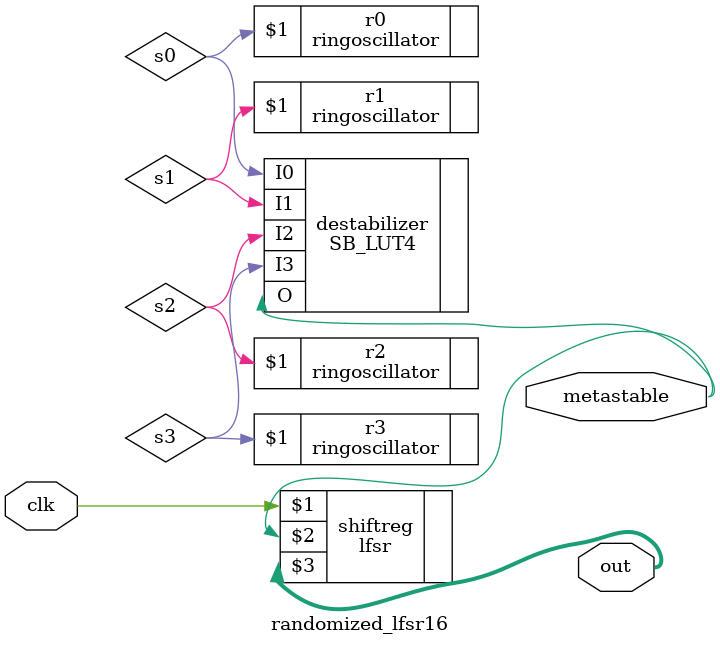
<source format=v>

module randomized_lfsr16(input clk, output wire [0:15] out, output wire metastable);

	wire s0, s1, s2, s3;

	ringoscillator r0(s0);
	ringoscillator r1(s1);
	ringoscillator r2(s2);
	ringoscillator r3(s3);

	SB_LUT4 #(.LUT_INIT(16'b1010_1100_1110_0001))
		destabilizer (.O(metastable), .I0(s0), .I1(s1), .I2(s2), .I3(s3));

	lfsr shiftreg(clk, metastable, out);

endmodule


</source>
